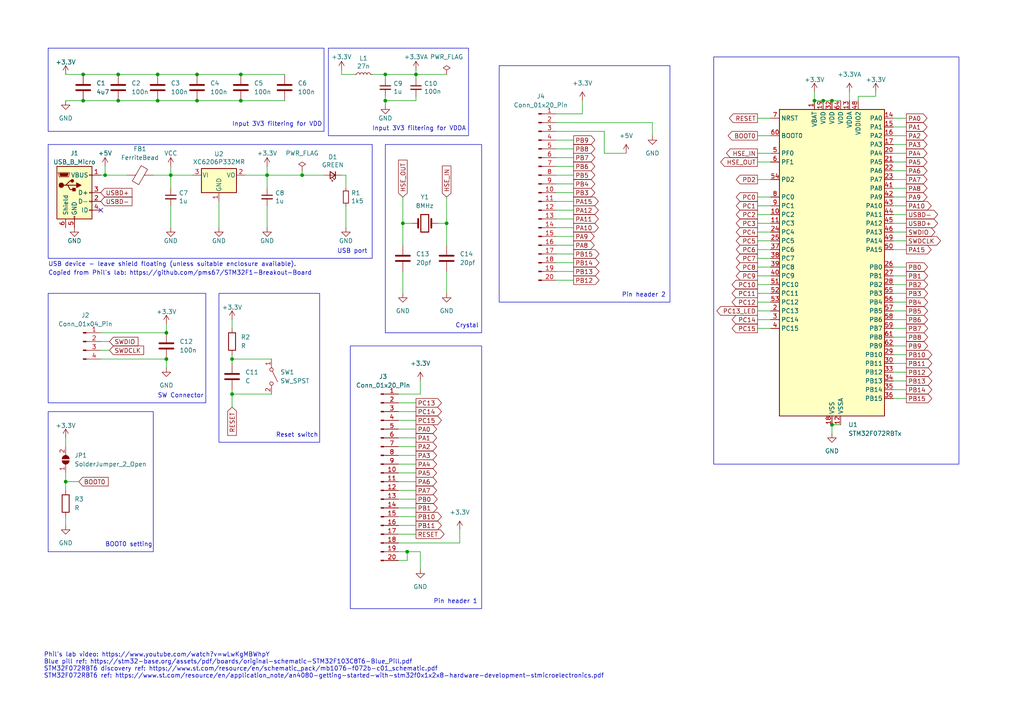
<source format=kicad_sch>
(kicad_sch (version 20230121) (generator eeschema)
  (paper "A4")
  (title_block (title "STM32F072RBT6 Breakout Board") (date "2023-10-22") (rev "1") (company "Team RoverX"))
  (lib_symbols
    (symbol "Connector:Conn_01x04_Pin" (pin_names (offset 1.016) hide)
      (property "Reference" "J" (at 0 5.08 0))
      (property "Value" "Conn_01x04_Pin" (at 0 -7.62 0))
      (symbol "Conn_01x04_Pin_1_1"
        (pin passive line (at 5.08 2.54 180) (length 3.81) (name "Pin_1") (number "1"))
        (pin passive line (at 5.08 0 180) (length 3.81) (name "Pin_2") (number "2"))
        (pin passive line (at 5.08 -2.54 180) (length 3.81) (name "Pin_3") (number "3"))
        (pin passive line (at 5.08 -5.08 180) (length 3.81) (name "Pin_4") (number "4"))
      )
    )
    (symbol "Connector:Conn_01x20_Pin" (pin_names (offset 1.016) hide)
      (property "Reference" "J" (at 0 25.4 0))
      (property "Value" "Conn_01x20_Pin" (at 0 -27.94 0))
      (symbol "Conn_01x20_Pin_1_1"
        (pin passive line (at 5.08 22.86 180) (length 3.81) (name "Pin_1") (number "1"))
        (pin passive line (at 5.08 0 180) (length 3.81) (name "Pin_10") (number "10"))
        (pin passive line (at 5.08 -2.54 180) (length 3.81) (name "Pin_11") (number "11"))
        (pin passive line (at 5.08 -5.08 180) (length 3.81) (name "Pin_12") (number "12"))
        (pin passive line (at 5.08 -7.62 180) (length 3.81) (name "Pin_13") (number "13"))
        (pin passive line (at 5.08 -10.16 180) (length 3.81) (name "Pin_14") (number "14"))
        (pin passive line (at 5.08 -12.7 180) (length 3.81) (name "Pin_15") (number "15"))
        (pin passive line (at 5.08 -15.24 180) (length 3.81) (name "Pin_16") (number "16"))
        (pin passive line (at 5.08 -17.78 180) (length 3.81) (name "Pin_17") (number "17"))
        (pin passive line (at 5.08 -20.32 180) (length 3.81) (name "Pin_18") (number "18"))
        (pin passive line (at 5.08 -22.86 180) (length 3.81) (name "Pin_19") (number "19"))
        (pin passive line (at 5.08 20.32 180) (length 3.81) (name "Pin_2") (number "2"))
        (pin passive line (at 5.08 -25.4 180) (length 3.81) (name "Pin_20") (number "20"))
        (pin passive line (at 5.08 17.78 180) (length 3.81) (name "Pin_3") (number "3"))
        (pin passive line (at 5.08 15.24 180) (length 3.81) (name "Pin_4") (number "4"))
        (pin passive line (at 5.08 12.7 180) (length 3.81) (name "Pin_5") (number "5"))
        (pin passive line (at 5.08 10.16 180) (length 3.81) (name "Pin_6") (number "6"))
        (pin passive line (at 5.08 7.62 180) (length 3.81) (name "Pin_7") (number "7"))
        (pin passive line (at 5.08 5.08 180) (length 3.81) (name "Pin_8") (number "8"))
        (pin passive line (at 5.08 2.54 180) (length 3.81) (name "Pin_9") (number "9"))
      )
    )
    (symbol "Connector:USB_B_Micro" (pin_names (offset 1.016))
      (property "Reference" "J" (at -5.08 11.43 0))
      (property "Value" "USB_B_Micro" (at -5.08 8.89 0))
      (symbol "USB_B_Micro_1_1"
        (pin power_out line (at 7.62 5.08 180) (length 2.54) (name "VBUS") (number "1"))
        (pin bidirectional line (at 7.62 -2.54 180) (length 2.54) (name "D-") (number "2"))
        (pin bidirectional line (at 7.62 0 180) (length 2.54) (name "D+") (number "3"))
        (pin passive line (at 7.62 -5.08 180) (length 2.54) (name "ID") (number "4"))
        (pin power_out line (at 0 -10.16 90) (length 2.54) (name "GND") (number "5"))
        (pin passive line (at -2.54 -10.16 90) (length 2.54) (name "Shield") (number "6"))
      )
    )
    (symbol "Device:C" (pin_numbers hide) (pin_names (offset 0.254))
      (property "Reference" "C" (at 0.635 2.54 0))
      (property "Value" "C" (at 0.635 -2.54 0))
      (symbol "C_1_1"
        (pin passive line (at 0 3.81 270) (length 2.794) (name "~") (number "1"))
        (pin passive line (at 0 -3.81 90) (length 2.794) (name "~") (number "2"))
      )
    )
    (symbol "Device:C_Small" (pin_numbers hide) (pin_names (offset 0.254) hide)
      (property "Reference" "C" (at 0.254 1.778 0))
      (property "Value" "C_Small" (at 0.254 -2.032 0))
      (symbol "C_Small_1_1"
        (pin passive line (at 0 2.54 270) (length 2.032) (name "~") (number "1"))
        (pin passive line (at 0 -2.54 90) (length 2.032) (name "~") (number "2"))
      )
    )
    (symbol "Device:Crystal" (pin_numbers hide) (pin_names (offset 1.016) hide)
      (property "Reference" "Y" (at 0 3.81 0))
      (property "Value" "Crystal" (at 0 -3.81 0))
      (symbol "Crystal_1_1"
        (pin passive line (at -3.81 0 0) (length 1.27) (name "1") (number "1"))
        (pin passive line (at 3.81 0 180) (length 1.27) (name "2") (number "2"))
      )
    )
    (symbol "Device:FerriteBead" (pin_numbers hide) (pin_names (offset 0))
      (property "Reference" "FB" (at -3.81 0.635 90))
      (property "Value" "FerriteBead" (at 3.81 0 90))
      (symbol "FerriteBead_1_1"
        (pin passive line (at 0 3.81 270) (length 2.54) (name "~") (number "1"))
        (pin passive line (at 0 -3.81 90) (length 2.54) (name "~") (number "2"))
      )
    )
    (symbol "Device:LED_Small" (pin_numbers hide) (pin_names (offset 0.254) hide)
      (property "Reference" "D" (at -1.27 3.175 0))
      (property "Value" "LED_Small" (at -4.445 -2.54 0))
      (symbol "LED_Small_1_1"
        (pin passive line (at -2.54 0 0) (length 1.778) (name "K") (number "1"))
        (pin passive line (at 2.54 0 180) (length 1.778) (name "A") (number "2"))
      )
    )
    (symbol "Device:L_Small" (pin_numbers hide) (pin_names (offset 0.254) hide)
      (property "Reference" "L" (at 0.762 1.016 0))
      (property "Value" "L_Small" (at 0.762 -1.016 0))
      (symbol "L_Small_1_1"
        (pin passive line (at 0 2.54 270) (length 0.508) (name "~") (number "1"))
        (pin passive line (at 0 -2.54 90) (length 0.508) (name "~") (number "2"))
      )
    )
    (symbol "Device:R" (pin_numbers hide) (pin_names (offset 0))
      (property "Reference" "R" (at 2.032 0 90))
      (property "Value" "R" (at 0 0 90))
      (symbol "R_1_1"
        (pin passive line (at 0 3.81 270) (length 1.27) (name "~") (number "1"))
        (pin passive line (at 0 -3.81 90) (length 1.27) (name "~") (number "2"))
      )
    )
    (symbol "Device:R_Small" (pin_numbers hide) (pin_names (offset 0.254) hide)
      (property "Reference" "R" (at 0.762 0.508 0))
      (property "Value" "R_Small" (at 0.762 -1.016 0))
      (symbol "R_Small_1_1"
        (pin passive line (at 0 2.54 270) (length 0.762) (name "~") (number "1"))
        (pin passive line (at 0 -2.54 90) (length 0.762) (name "~") (number "2"))
      )
    )
    (symbol "Jumper:SolderJumper_2_Open" (pin_names (offset 0) hide)
      (property "Reference" "JP" (at 0 2.032 0))
      (property "Value" "SolderJumper_2_Open" (at 0 -2.54 0))
      (symbol "SolderJumper_2_Open_1_1"
        (pin passive line (at -3.81 0 0) (length 2.54) (name "A") (number "1"))
        (pin passive line (at 3.81 0 180) (length 2.54) (name "B") (number "2"))
      )
    )
    (symbol "MCU_ST_STM32F0:STM32F072RBTx"
      (property "Reference" "U" (at -15.24 46.99 0))
      (property "Value" "STM32F072RBTx" (at 10.16 46.99 0))
      (symbol "STM32F072RBTx_1_1"
        (pin power_in line (at -5.08 48.26 270) (length 2.54) (name "VBAT") (number "1"))
        (pin bidirectional line (at -17.78 15.24 0) (length 2.54) (name "PC2") (number "10"))
        (pin bidirectional line (at -17.78 12.7 0) (length 2.54) (name "PC3") (number "11"))
        (pin power_in line (at 2.54 -45.72 90) (length 2.54) (name "VSSA") (number "12"))
        (pin power_in line (at 5.08 48.26 270) (length 2.54) (name "VDDA") (number "13"))
        (pin bidirectional line (at 17.78 43.18 180) (length 2.54) (name "PA0") (number "14"))
        (pin bidirectional line (at 17.78 40.64 180) (length 2.54) (name "PA1") (number "15"))
        (pin bidirectional line (at 17.78 38.1 180) (length 2.54) (name "PA2") (number "16"))
        (pin bidirectional line (at 17.78 35.56 180) (length 2.54) (name "PA3") (number "17"))
        (pin power_in line (at 0 -45.72 90) (length 2.54) (name "VSS") (number "18"))
        (pin power_in line (at -2.54 48.26 270) (length 2.54) (name "VDD") (number "19"))
        (pin bidirectional line (at -17.78 -12.7 0) (length 2.54) (name "PC13") (number "2"))
        (pin bidirectional line (at 17.78 33.02 180) (length 2.54) (name "PA4") (number "20"))
        (pin bidirectional line (at 17.78 30.48 180) (length 2.54) (name "PA5") (number "21"))
        (pin bidirectional line (at 17.78 27.94 180) (length 2.54) (name "PA6") (number "22"))
        (pin bidirectional line (at 17.78 25.4 180) (length 2.54) (name "PA7") (number "23"))
        (pin bidirectional line (at -17.78 10.16 0) (length 2.54) (name "PC4") (number "24"))
        (pin bidirectional line (at -17.78 7.62 0) (length 2.54) (name "PC5") (number "25"))
        (pin bidirectional line (at 17.78 0 180) (length 2.54) (name "PB0") (number "26"))
        (pin bidirectional line (at 17.78 -2.54 180) (length 2.54) (name "PB1") (number "27"))
        (pin bidirectional line (at 17.78 -5.08 180) (length 2.54) (name "PB2") (number "28"))
        (pin bidirectional line (at 17.78 -25.4 180) (length 2.54) (name "PB10") (number "29"))
        (pin bidirectional line (at -17.78 -15.24 0) (length 2.54) (name "PC14") (number "3"))
        (pin bidirectional line (at 17.78 -27.94 180) (length 2.54) (name "PB11") (number "30"))
        (pin passive line (at 0 -45.72 90) (length 2.54) hide (name "VSS") (number "31"))
        (pin power_in line (at 0 48.26 270) (length 2.54) (name "VDD") (number "32"))
        (pin bidirectional line (at 17.78 -30.48 180) (length 2.54) (name "PB12") (number "33"))
        (pin bidirectional line (at 17.78 -33.02 180) (length 2.54) (name "PB13") (number "34"))
        (pin bidirectional line (at 17.78 -35.56 180) (length 2.54) (name "PB14") (number "35"))
        (pin bidirectional line (at 17.78 -38.1 180) (length 2.54) (name "PB15") (number "36"))
        (pin bidirectional line (at -17.78 5.08 0) (length 2.54) (name "PC6") (number "37"))
        (pin bidirectional line (at -17.78 2.54 0) (length 2.54) (name "PC7") (number "38"))
        (pin bidirectional line (at -17.78 0 0) (length 2.54) (name "PC8") (number "39"))
        (pin bidirectional line (at -17.78 -17.78 0) (length 2.54) (name "PC15") (number "4"))
        (pin bidirectional line (at -17.78 -2.54 0) (length 2.54) (name "PC9") (number "40"))
        (pin bidirectional line (at 17.78 22.86 180) (length 2.54) (name "PA8") (number "41"))
        (pin bidirectional line (at 17.78 20.32 180) (length 2.54) (name "PA9") (number "42"))
        (pin bidirectional line (at 17.78 17.78 180) (length 2.54) (name "PA10") (number "43"))
        (pin bidirectional line (at 17.78 15.24 180) (length 2.54) (name "PA11") (number "44"))
        (pin bidirectional line (at 17.78 12.7 180) (length 2.54) (name "PA12") (number "45"))
        (pin bidirectional line (at 17.78 10.16 180) (length 2.54) (name "PA13") (number "46"))
        (pin passive line (at 0 -45.72 90) (length 2.54) hide (name "VSS") (number "47"))
        (pin power_in line (at 7.62 48.26 270) (length 2.54) (name "VDDIO2") (number "48"))
        (pin bidirectional line (at 17.78 7.62 180) (length 2.54) (name "PA14") (number "49"))
        (pin bidirectional line (at -17.78 33.02 0) (length 2.54) (name "PF0") (number "5"))
        (pin bidirectional line (at 17.78 5.08 180) (length 2.54) (name "PA15") (number "50"))
        (pin bidirectional line (at -17.78 -5.08 0) (length 2.54) (name "PC10") (number "51"))
        (pin bidirectional line (at -17.78 -7.62 0) (length 2.54) (name "PC11") (number "52"))
        (pin bidirectional line (at -17.78 -10.16 0) (length 2.54) (name "PC12") (number "53"))
        (pin bidirectional line (at -17.78 25.4 0) (length 2.54) (name "PD2") (number "54"))
        (pin bidirectional line (at 17.78 -7.62 180) (length 2.54) (name "PB3") (number "55"))
        (pin bidirectional line (at 17.78 -10.16 180) (length 2.54) (name "PB4") (number "56"))
        (pin bidirectional line (at 17.78 -12.7 180) (length 2.54) (name "PB5") (number "57"))
        (pin bidirectional line (at 17.78 -15.24 180) (length 2.54) (name "PB6") (number "58"))
        (pin bidirectional line (at 17.78 -17.78 180) (length 2.54) (name "PB7") (number "59"))
        (pin bidirectional line (at -17.78 30.48 0) (length 2.54) (name "PF1") (number "6"))
        (pin input line (at -17.78 38.1 0) (length 2.54) (name "BOOT0") (number "60"))
        (pin bidirectional line (at 17.78 -20.32 180) (length 2.54) (name "PB8") (number "61"))
        (pin bidirectional line (at 17.78 -22.86 180) (length 2.54) (name "PB9") (number "62"))
        (pin passive line (at 0 -45.72 90) (length 2.54) hide (name "VSS") (number "63"))
        (pin power_in line (at 2.54 48.26 270) (length 2.54) (name "VDD") (number "64"))
        (pin input line (at -17.78 43.18 0) (length 2.54) (name "NRST") (number "7"))
        (pin bidirectional line (at -17.78 20.32 0) (length 2.54) (name "PC0") (number "8"))
        (pin bidirectional line (at -17.78 17.78 0) (length 2.54) (name "PC1") (number "9"))
      )
    )
    (symbol "Regulator_Linear:XC6206PxxxMR" (pin_names (offset 0.254))
      (property "Reference" "U" (at -3.81 3.175 0))
      (property "Value" "XC6206PxxxMR" (at 0 3.175 0))
      (symbol "XC6206PxxxMR_1_1"
        (pin power_in line (at 0 -7.62 90) (length 2.54) (name "GND") (number "1"))
        (pin power_out line (at 7.62 0 180) (length 2.54) (name "VO") (number "2"))
        (pin power_in line (at -7.62 0 0) (length 2.54) (name "VI") (number "3"))
      )
    )
    (symbol "Switch:SW_SPST" (pin_names (offset 0) hide)
      (property "Reference" "SW" (at 0 3.175 0))
      (property "Value" "SW_SPST" (at 0 -2.54 0))
      (symbol "SW_SPST_1_1"
        (pin passive line (at -5.08 0 0) (length 2.54) (name "A") (number "1"))
        (pin passive line (at 5.08 0 180) (length 2.54) (name "B") (number "2"))
      )
    )
    (symbol "power:+3.3V" (power) (pin_names (offset 0))
      (property "Value" "+3.3V" (at 0 3.556 0))
      (symbol "+3.3V_1_1"
        (pin power_in line (at 0 0 90) (length 0) hide (name "+3.3V") (number "1"))
      )
    )
    (symbol "power:+3.3VA" (power) (pin_names (offset 0))
      (property "Value" "+3.3VA" (at 0 3.556 0))
      (symbol "+3.3VA_1_1"
        (pin power_in line (at 0 0 90) (length 0) hide (name "+3.3VA") (number "1"))
      )
    )
    (symbol "power:+5V" (power) (pin_names (offset 0))
      (property "Value" "+5V" (at 0 3.556 0))
      (symbol "+5V_1_1"
        (pin power_in line (at 0 0 90) (length 0) hide (name "+5V") (number "1"))
      )
    )
    (symbol "power:GND" (power) (pin_names (offset 0))
      (property "Value" "GND" (at 0 -3.81 0))
      (symbol "GND_1_1"
        (pin power_in line (at 0 0 270) (length 0) hide (name "GND") (number "1"))
      )
    )
    (symbol "power:PWR_FLAG" (power) (pin_numbers hide) (pin_names (offset 0) hide)
      (property "Value" "PWR_FLAG" (at 0 3.81 0))
      (symbol "PWR_FLAG_0_0"
        (pin power_out line (at 0 0 90) (length 0) (name "pwr") (number "1"))
      )
    )
    (symbol "power:VCC" (power) (pin_names (offset 0))
      (property "Value" "VCC" (at 0 3.81 0))
      (symbol "VCC_1_1"
        (pin power_in line (at 0 0 90) (length 0) hide (name "VCC") (number "1"))
      )
    )
  )
  (junction (at 67.31 104.14))
  (junction (at 48.26 104.14))
  (junction (at 57.15 29.21))
  (junction (at 118.11 160.02))
  (junction (at 57.15 21.59))
  (junction (at 69.85 21.59))
  (junction (at 49.53 50.8))
  (junction (at 45.72 21.59))
  (junction (at 34.29 21.59))
  (junction (at 241.3 123.19))
  (junction (at 238.76 29.21))
  (junction (at 129.54 64.77))
  (junction (at 111.76 29.21))
  (junction (at 48.26 96.52))
  (junction (at 30.48 50.8))
  (junction (at 87.63 50.8))
  (junction (at 19.05 139.7))
  (junction (at 241.3 29.21))
  (junction (at 24.13 29.21))
  (junction (at 120.65 21.59))
  (junction (at 111.76 21.59))
  (junction (at 24.13 21.59))
  (junction (at 67.31 114.3))
  (junction (at 69.85 29.21))
  (junction (at 34.29 29.21))
  (junction (at 45.72 29.21))
  (junction (at 77.47 50.8))
  (junction (at 236.22 29.21))
  (junction (at 116.84 64.77))
  (no_connect (at 29.21 60.96))
  (wire (pts (xy 259.08 69.85) (xy 262.89 69.85)))
  (wire (pts (xy 248.92 29.21) (xy 248.92 27.94)))
  (wire (pts (xy 129.54 57.15) (xy 129.54 64.77)))
  (wire (pts (xy 219.71 57.15) (xy 223.52 57.15)))
  (wire (pts (xy 57.15 21.59) (xy 69.85 21.59)))
  (wire (pts (xy 161.29 40.64) (xy 166.37 40.64)))
  (wire (pts (xy 219.71 39.37) (xy 223.52 39.37)))
  (wire (pts (xy 259.08 77.47) (xy 262.89 77.47)))
  (wire (pts (xy 259.08 39.37) (xy 262.89 39.37)))
  (wire (pts (xy 19.05 139.7) (xy 22.86 139.7)))
  (wire (pts (xy 24.13 29.21) (xy 34.29 29.21)))
  (wire (pts (xy 219.71 52.07) (xy 223.52 52.07)))
  (wire (pts (xy 219.71 80.01) (xy 223.52 80.01)))
  (wire (pts (xy 78.74 114.3) (xy 67.31 114.3)))
  (wire (pts (xy 19.05 139.7) (xy 19.05 142.24)))
  (wire (pts (xy 116.84 78.74) (xy 116.84 85.09)))
  (wire (pts (xy 259.08 36.83) (xy 262.89 36.83)))
  (wire (pts (xy 115.57 149.86) (xy 120.65 149.86)))
  (polyline (pts (xy 13.97 41.91) (xy 13.97 74.93)))
  (wire (pts (xy 44.45 50.8) (xy 49.53 50.8)))
  (wire (pts (xy 121.92 160.02) (xy 121.92 165.1)))
  (wire (pts (xy 259.08 107.95) (xy 262.89 107.95)))
  (wire (pts (xy 120.65 22.86) (xy 120.65 21.59)))
  (wire (pts (xy 100.33 54.61) (xy 100.33 50.8)))
  (wire (pts (xy 29.21 99.06) (xy 31.75 99.06)))
  (wire (pts (xy 161.29 71.12) (xy 166.37 71.12)))
  (wire (pts (xy 120.65 21.59) (xy 129.54 21.59)))
  (wire (pts (xy 116.84 64.77) (xy 116.84 71.12)))
  (wire (pts (xy 259.08 44.45) (xy 262.89 44.45)))
  (wire (pts (xy 19.05 149.86) (xy 19.05 152.4)))
  (wire (pts (xy 115.57 160.02) (xy 118.11 160.02)))
  (wire (pts (xy 161.29 55.88) (xy 166.37 55.88)))
  (wire (pts (xy 236.22 29.21) (xy 238.76 29.21)))
  (wire (pts (xy 161.29 76.2) (xy 166.37 76.2)))
  (wire (pts (xy 259.08 34.29) (xy 262.89 34.29)))
  (wire (pts (xy 259.08 64.77) (xy 262.89 64.77)))
  (wire (pts (xy 259.08 80.01) (xy 262.89 80.01)))
  (wire (pts (xy 248.92 27.94) (xy 254 27.94)))
  (wire (pts (xy 115.57 162.56) (xy 118.11 162.56)))
  (wire (pts (xy 77.47 50.8) (xy 77.47 54.61)))
  (wire (pts (xy 99.06 20.32) (xy 99.06 21.59)))
  (wire (pts (xy 219.71 59.69) (xy 223.52 59.69)))
  (wire (pts (xy 49.53 50.8) (xy 49.53 54.61)))
  (wire (pts (xy 115.57 139.7) (xy 120.65 139.7)))
  (wire (pts (xy 99.06 21.59) (xy 102.87 21.59)))
  (wire (pts (xy 121.92 114.3) (xy 115.57 114.3)))
  (wire (pts (xy 259.08 41.91) (xy 262.89 41.91)))
  (wire (pts (xy 259.08 52.07) (xy 262.89 52.07)))
  (wire (pts (xy 48.26 106.68) (xy 48.26 104.14)))
  (wire (pts (xy 161.29 63.5) (xy 166.37 63.5)))
  (wire (pts (xy 175.26 38.1) (xy 161.29 38.1)))
  (wire (pts (xy 69.85 21.59) (xy 82.55 21.59)))
  (wire (pts (xy 34.29 29.21) (xy 45.72 29.21)))
  (wire (pts (xy 127 64.77) (xy 129.54 64.77)))
  (wire (pts (xy 77.47 48.26) (xy 77.47 50.8)))
  (wire (pts (xy 87.63 49.53) (xy 87.63 50.8)))
  (wire (pts (xy 24.13 21.59) (xy 34.29 21.59)))
  (wire (pts (xy 259.08 67.31) (xy 262.89 67.31)))
  (wire (pts (xy 19.05 29.21) (xy 24.13 29.21)))
  (wire (pts (xy 259.08 54.61) (xy 262.89 54.61)))
  (wire (pts (xy 49.53 66.04) (xy 49.53 59.69)))
  (wire (pts (xy 67.31 104.14) (xy 67.31 105.41)))
  (wire (pts (xy 30.48 50.8) (xy 29.21 50.8)))
  (wire (pts (xy 49.53 50.8) (xy 55.88 50.8)))
  (wire (pts (xy 254 27.94) (xy 254 26.67)))
  (wire (pts (xy 161.29 43.18) (xy 166.37 43.18)))
  (wire (pts (xy 161.29 50.8) (xy 166.37 50.8)))
  (wire (pts (xy 45.72 29.21) (xy 57.15 29.21)))
  (wire (pts (xy 161.29 60.96) (xy 166.37 60.96)))
  (wire (pts (xy 219.71 46.99) (xy 223.52 46.99)))
  (wire (pts (xy 77.47 50.8) (xy 87.63 50.8)))
  (wire (pts (xy 48.26 93.98) (xy 48.26 96.52)))
  (wire (pts (xy 259.08 110.49) (xy 262.89 110.49)))
  (wire (pts (xy 49.53 48.26) (xy 49.53 50.8)))
  (wire (pts (xy 241.3 29.21) (xy 243.84 29.21)))
  (wire (pts (xy 219.71 44.45) (xy 223.52 44.45)))
  (wire (pts (xy 189.23 39.37) (xy 189.23 35.56)))
  (wire (pts (xy 120.65 20.32) (xy 120.65 21.59)))
  (wire (pts (xy 241.3 123.19) (xy 243.84 123.19)))
  (wire (pts (xy 67.31 114.3) (xy 67.31 113.03)))
  (wire (pts (xy 77.47 66.04) (xy 77.47 59.69)))
  (wire (pts (xy 100.33 66.04) (xy 100.33 59.69)))
  (wire (pts (xy 168.91 29.21) (xy 168.91 33.02)))
  (wire (pts (xy 129.54 64.77) (xy 129.54 71.12)))
  (wire (pts (xy 219.71 72.39) (xy 223.52 72.39)))
  (wire (pts (xy 115.57 142.24) (xy 120.65 142.24)))
  (wire (pts (xy 116.84 57.15) (xy 116.84 64.77)))
  (wire (pts (xy 69.85 29.21) (xy 82.55 29.21)))
  (wire (pts (xy 161.29 58.42) (xy 166.37 58.42)))
  (wire (pts (xy 259.08 49.53) (xy 262.89 49.53)))
  (wire (pts (xy 189.23 35.56) (xy 161.29 35.56)))
  (wire (pts (xy 118.11 160.02) (xy 121.92 160.02)))
  (wire (pts (xy 259.08 62.23) (xy 262.89 62.23)))
  (wire (pts (xy 115.57 129.54) (xy 120.65 129.54)))
  (wire (pts (xy 219.71 67.31) (xy 223.52 67.31)))
  (wire (pts (xy 219.71 34.29) (xy 223.52 34.29)))
  (wire (pts (xy 100.33 50.8) (xy 99.06 50.8)))
  (wire (pts (xy 259.08 92.71) (xy 262.89 92.71)))
  (wire (pts (xy 57.15 29.21) (xy 69.85 29.21)))
  (wire (pts (xy 120.65 29.21) (xy 120.65 27.94)))
  (wire (pts (xy 30.48 48.26) (xy 30.48 50.8)))
  (wire (pts (xy 168.91 33.02) (xy 161.29 33.02)))
  (wire (pts (xy 30.48 50.8) (xy 36.83 50.8)))
  (wire (pts (xy 219.71 62.23) (xy 223.52 62.23)))
  (wire (pts (xy 219.71 82.55) (xy 223.52 82.55)))
  (wire (pts (xy 34.29 21.59) (xy 45.72 21.59)))
  (wire (pts (xy 48.26 96.52) (xy 29.21 96.52)))
  (wire (pts (xy 63.5 66.04) (xy 63.5 58.42)))
  (wire (pts (xy 238.76 29.21) (xy 241.3 29.21)))
  (wire (pts (xy 115.57 121.92) (xy 120.65 121.92)))
  (wire (pts (xy 115.57 127) (xy 120.65 127)))
  (wire (pts (xy 19.05 127) (xy 19.05 129.54)))
  (wire (pts (xy 259.08 102.87) (xy 262.89 102.87)))
  (wire (pts (xy 259.08 105.41) (xy 262.89 105.41)))
  (wire (pts (xy 67.31 92.71) (xy 67.31 95.25)))
  (wire (pts (xy 161.29 45.72) (xy 166.37 45.72)))
  (polyline (pts (xy 13.97 74.93) (xy 107.95 74.93)))
  (wire (pts (xy 161.29 66.04) (xy 166.37 66.04)))
  (wire (pts (xy 219.71 77.47) (xy 223.52 77.47)))
  (wire (pts (xy 259.08 87.63) (xy 262.89 87.63)))
  (wire (pts (xy 246.38 26.67) (xy 246.38 29.21)))
  (wire (pts (xy 118.11 162.56) (xy 118.11 160.02)))
  (polyline (pts (xy 107.95 74.93) (xy 107.95 41.91)))
  (wire (pts (xy 115.57 124.46) (xy 120.65 124.46)))
  (wire (pts (xy 219.71 90.17) (xy 223.52 90.17)))
  (wire (pts (xy 133.35 153.67) (xy 133.35 157.48)))
  (wire (pts (xy 161.29 53.34) (xy 166.37 53.34)))
  (wire (pts (xy 236.22 26.67) (xy 236.22 29.21)))
  (wire (pts (xy 259.08 82.55) (xy 262.89 82.55)))
  (wire (pts (xy 129.54 78.74) (xy 129.54 85.09)))
  (wire (pts (xy 259.08 100.33) (xy 262.89 100.33)))
  (wire (pts (xy 115.57 132.08) (xy 120.65 132.08)))
  (wire (pts (xy 259.08 72.39) (xy 262.89 72.39)))
  (wire (pts (xy 111.76 22.86) (xy 111.76 21.59)))
  (wire (pts (xy 219.71 92.71) (xy 223.52 92.71)))
  (wire (pts (xy 115.57 154.94) (xy 120.65 154.94)))
  (wire (pts (xy 115.57 152.4) (xy 120.65 152.4)))
  (wire (pts (xy 259.08 113.03) (xy 262.89 113.03)))
  (wire (pts (xy 116.84 64.77) (xy 119.38 64.77)))
  (wire (pts (xy 115.57 144.78) (xy 120.65 144.78)))
  (wire (pts (xy 19.05 21.59) (xy 24.13 21.59)))
  (wire (pts (xy 259.08 59.69) (xy 262.89 59.69)))
  (wire (pts (xy 87.63 50.8) (xy 93.98 50.8)))
  (wire (pts (xy 161.29 48.26) (xy 166.37 48.26)))
  (wire (pts (xy 219.71 69.85) (xy 223.52 69.85)))
  (wire (pts (xy 120.65 21.59) (xy 111.76 21.59)))
  (wire (pts (xy 259.08 85.09) (xy 262.89 85.09)))
  (polyline (pts (xy 13.97 41.91) (xy 107.95 41.91)))
  (wire (pts (xy 115.57 116.84) (xy 120.65 116.84)))
  (wire (pts (xy 115.57 134.62) (xy 120.65 134.62)))
  (wire (pts (xy 259.08 46.99) (xy 262.89 46.99)))
  (wire (pts (xy 219.71 64.77) (xy 223.52 64.77)))
  (wire (pts (xy 115.57 147.32) (xy 120.65 147.32)))
  (wire (pts (xy 71.12 50.8) (xy 77.47 50.8)))
  (wire (pts (xy 115.57 119.38) (xy 120.65 119.38)))
  (wire (pts (xy 111.76 27.94) (xy 111.76 29.21)))
  (wire (pts (xy 161.29 78.74) (xy 166.37 78.74)))
  (wire (pts (xy 48.26 104.14) (xy 29.21 104.14)))
  (wire (pts (xy 219.71 74.93) (xy 223.52 74.93)))
  (wire (pts (xy 219.71 85.09) (xy 223.52 85.09)))
  (wire (pts (xy 259.08 95.25) (xy 262.89 95.25)))
  (wire (pts (xy 259.08 90.17) (xy 262.89 90.17)))
  (wire (pts (xy 19.05 137.16) (xy 19.05 139.7)))
  (wire (pts (xy 175.26 44.45) (xy 175.26 38.1)))
  (wire (pts (xy 67.31 102.87) (xy 67.31 104.14)))
  (wire (pts (xy 115.57 137.16) (xy 120.65 137.16)))
  (wire (pts (xy 259.08 57.15) (xy 262.89 57.15)))
  (wire (pts (xy 219.71 87.63) (xy 223.52 87.63)))
  (wire (pts (xy 45.72 21.59) (xy 57.15 21.59)))
  (wire (pts (xy 67.31 114.3) (xy 67.31 118.11)))
  (wire (pts (xy 175.26 44.45) (xy 181.61 44.45)))
  (wire (pts (xy 111.76 29.21) (xy 120.65 29.21)))
  (wire (pts (xy 259.08 97.79) (xy 262.89 97.79)))
  (wire (pts (xy 111.76 30.48) (xy 111.76 29.21)))
  (wire (pts (xy 161.29 68.58) (xy 166.37 68.58)))
  (wire (pts (xy 67.31 104.14) (xy 78.74 104.14)))
  (wire (pts (xy 259.08 115.57) (xy 262.89 115.57)))
  (wire (pts (xy 121.92 110.49) (xy 121.92 114.3)))
  (wire (pts (xy 161.29 81.28) (xy 166.37 81.28)))
  (wire (pts (xy 107.95 21.59) (xy 111.76 21.59)))
  (wire (pts (xy 219.71 95.25) (xy 223.52 95.25)))
  (wire (pts (xy 241.3 123.19) (xy 241.3 125.73)))
  (wire (pts (xy 161.29 73.66) (xy 166.37 73.66)))
  (wire (pts (xy 133.35 157.48) (xy 115.57 157.48)))
  (wire (pts (xy 29.21 101.6) (xy 31.75 101.6)))
  (rectangle (start 111.76 41.91) (end 139.7 96.52))
  (rectangle (start 13.97 13.97) (end 93.98 38.1))
  (rectangle (start 13.97 119.38) (end 44.45 160.02))
  (rectangle (start 207.01 16.51) (end 278.13 134.62))
  (rectangle (start 13.97 85.09) (end 59.69 116.84))
  (rectangle (start 101.6 100.33) (end 139.7 176.53))
  (rectangle (start 144.78 19.05) (end 194.31 87.63))
  (rectangle (start 63.5 85.09) (end 92.71 128.27))
  (rectangle (start 95.25 13.97) (end 135.89 39.37))
  (text "USB device - leave shield floating (unless suitable enclosure available)." (at 13.97 77.47 0) (effects (font (size 1.27 1.27)) (justify left bottom)))
  (text "Pin header 1" (at 125.73 175.26 0) (effects (font (size 1.27 1.27)) (justify left bottom)))
  (text "USB port" (at 97.79 73.66 0) (effects (font (size 1.27 1.27)) (justify left bottom)))
  (text "Pin header 2" (at 180.34 86.36 0) (effects (font (size 1.27 1.27)) (justify left bottom)))
  (text "SW Connector" (at 45.72 115.57 0) (effects (font (size 1.27 1.27)) (justify left bottom)))
  (text "BOOT0 setting" (at 30.48 158.75 0) (effects (font (size 1.27 1.27)) (justify left bottom)))
  (text "Input 3V3 filtering for VDD" (at 67.31 36.83 0) (effects (font (size 1.27 1.27)) (justify left bottom)))
  (text "Reset switch" (at 80.01 127 0) (effects (font (size 1.27 1.27)) (justify left bottom)))
  (text "Crystal" (at 132.08 95.25 0) (effects (font (size 1.27 1.27)) (justify left bottom)))
  (text "Phil's lab video: https://www.youtube.com/watch?v=wLwKgMBWhpY\nBlue pill ref: https://stm32-base.org/assets/pdf/boards/original-schematic-STM32F103C8T6-Blue_Pill.pdf\nSTM32F072RBT6 discovery ref: https://www.st.com/resource/en/schematic_pack/mb1076-f072b-c01_schematic.pdf\nSTM32F072RBT6 ref: https://www.st.com/resource/en/application_note/an4080-getting-started-with-stm32f0x1x2x8-hardware-development-stmicroelectronics.pdf" (at 12.7 196.85 0) (effects (font (size 1.27 1.27)) (justify left bottom)))
  (text "Copied from Phil's lab: https://github.com/pms67/STM32F1-Breakout-Board" (at 13.97 80.01 0) (effects (font (size 1.27 1.27)) (justify left bottom)))
  (text "Input 3V3 filtering for VDDA" (at 107.95 38.1 0) (effects (font (size 1.27 1.27)) (justify left bottom)))
  (global_label "PC2" (shape output) (at 219.71 62.23 180) (property "Intersheetrefs" "${INTERSHEET_REFS}" (effects hide)))
  (global_label "BOOT0" (shape output) (at 219.71 39.37 180) (property "Intersheetrefs" "${INTERSHEET_REFS}" (effects hide)))
  (global_label "PB2" (shape output) (at 262.89 82.55 0) (property "Intersheetrefs" "${INTERSHEET_REFS}" (effects hide)))
  (global_label "PA4" (shape output) (at 120.65 134.62 0) (property "Intersheetrefs" "${INTERSHEET_REFS}" (effects hide)))
  (global_label "USBD-" (shape input) (at 29.21 58.42 0) (property "Intersheetrefs" "${INTERSHEET_REFS}" (effects hide)))
  (global_label "PC9" (shape output) (at 219.71 80.01 180) (property "Intersheetrefs" "${INTERSHEET_REFS}" (effects hide)))
  (global_label "PB6" (shape output) (at 262.89 92.71 0) (property "Intersheetrefs" "${INTERSHEET_REFS}" (effects hide)))
  (global_label "PB9" (shape output) (at 262.89 100.33 0) (property "Intersheetrefs" "${INTERSHEET_REFS}" (effects hide)))
  (global_label "PB5" (shape output) (at 166.37 50.8 0) (property "Intersheetrefs" "${INTERSHEET_REFS}" (effects hide)))
  (global_label "PA2" (shape output) (at 262.89 39.37 0) (property "Intersheetrefs" "${INTERSHEET_REFS}" (effects hide)))
  (global_label "PA8" (shape output) (at 166.37 71.12 0) (property "Intersheetrefs" "${INTERSHEET_REFS}" (effects hide)))
  (global_label "PC1" (shape output) (at 219.71 59.69 180) (property "Intersheetrefs" "${INTERSHEET_REFS}" (effects hide)))
  (global_label "RESET" (shape output) (at 120.65 154.94 0) (property "Intersheetrefs" "${INTERSHEET_REFS}" (effects hide)))
  (global_label "PB14" (shape output) (at 166.37 76.2 0) (property "Intersheetrefs" "${INTERSHEET_REFS}" (effects hide)))
  (global_label "PA15" (shape output) (at 262.89 72.39 0) (property "Intersheetrefs" "${INTERSHEET_REFS}" (effects hide)))
  (global_label "PB9" (shape output) (at 166.37 40.64 0) (property "Intersheetrefs" "${INTERSHEET_REFS}" (effects hide)))
  (global_label "HSE_OUT" (shape input) (at 116.84 57.15 90) (property "Intersheetrefs" "${INTERSHEET_REFS}" (effects hide)))
  (global_label "PB15" (shape output) (at 166.37 73.66 0) (property "Intersheetrefs" "${INTERSHEET_REFS}" (effects hide)))
  (global_label "PB7" (shape output) (at 166.37 45.72 0) (property "Intersheetrefs" "${INTERSHEET_REFS}" (effects hide)))
  (global_label "PC13_LED" (shape output) (at 219.71 90.17 180) (property "Intersheetrefs" "${INTERSHEET_REFS}" (effects hide)))
  (global_label "PB6" (shape output) (at 166.37 48.26 0) (property "Intersheetrefs" "${INTERSHEET_REFS}" (effects hide)))
  (global_label "PA5" (shape output) (at 120.65 137.16 0) (property "Intersheetrefs" "${INTERSHEET_REFS}" (effects hide)))
  (global_label "PC7" (shape output) (at 219.71 74.93 180) (property "Intersheetrefs" "${INTERSHEET_REFS}" (effects hide)))
  (global_label "SWDIO" (shape output) (at 262.89 67.31 0) (property "Intersheetrefs" "${INTERSHEET_REFS}" (effects hide)))
  (global_label "PC12" (shape output) (at 219.71 87.63 180) (property "Intersheetrefs" "${INTERSHEET_REFS}" (effects hide)))
  (global_label "RESET" (shape input) (at 67.31 118.11 270) (property "Intersheetrefs" "${INTERSHEET_REFS}" (effects hide)))
  (global_label "SWDIO" (shape input) (at 31.75 99.06 0) (property "Intersheetrefs" "${INTERSHEET_REFS}" (effects hide)))
  (global_label "PA12" (shape output) (at 166.37 60.96 0) (property "Intersheetrefs" "${INTERSHEET_REFS}" (effects hide)))
  (global_label "PB3" (shape output) (at 166.37 55.88 0) (property "Intersheetrefs" "${INTERSHEET_REFS}" (effects hide)))
  (global_label "PC14" (shape output) (at 219.71 92.71 180) (property "Intersheetrefs" "${INTERSHEET_REFS}" (effects hide)))
  (global_label "PB3" (shape output) (at 262.89 85.09 0) (property "Intersheetrefs" "${INTERSHEET_REFS}" (effects hide)))
  (global_label "PC13" (shape output) (at 120.65 116.84 0) (property "Intersheetrefs" "${INTERSHEET_REFS}" (effects hide)))
  (global_label "PC5" (shape output) (at 219.71 69.85 180) (property "Intersheetrefs" "${INTERSHEET_REFS}" (effects hide)))
  (global_label "PC8" (shape output) (at 219.71 77.47 180) (property "Intersheetrefs" "${INTERSHEET_REFS}" (effects hide)))
  (global_label "PB4" (shape output) (at 166.37 53.34 0) (property "Intersheetrefs" "${INTERSHEET_REFS}" (effects hide)))
  (global_label "PB8" (shape output) (at 166.37 43.18 0) (property "Intersheetrefs" "${INTERSHEET_REFS}" (effects hide)))
  (global_label "PB12" (shape output) (at 166.37 81.28 0) (property "Intersheetrefs" "${INTERSHEET_REFS}" (effects hide)))
  (global_label "SWDCLK" (shape output) (at 262.89 69.85 0) (property "Intersheetrefs" "${INTERSHEET_REFS}" (effects hide)))
  (global_label "PD2" (shape output) (at 219.71 52.07 180) (property "Intersheetrefs" "${INTERSHEET_REFS}" (effects hide)))
  (global_label "PC10" (shape output) (at 219.71 82.55 180) (property "Intersheetrefs" "${INTERSHEET_REFS}" (effects hide)))
  (global_label "PA7" (shape output) (at 120.65 142.24 0) (property "Intersheetrefs" "${INTERSHEET_REFS}" (effects hide)))
  (global_label "RESET" (shape output) (at 219.71 34.29 180) (property "Intersheetrefs" "${INTERSHEET_REFS}" (effects hide)))
  (global_label "USBD+" (shape output) (at 262.89 64.77 0) (property "Intersheetrefs" "${INTERSHEET_REFS}" (effects hide)))
  (global_label "PB8" (shape output) (at 262.89 97.79 0) (property "Intersheetrefs" "${INTERSHEET_REFS}" (effects hide)))
  (global_label "USBD-" (shape output) (at 262.89 62.23 0) (property "Intersheetrefs" "${INTERSHEET_REFS}" (effects hide)))
  (global_label "HSE_IN" (shape input) (at 129.54 57.15 90) (property "Intersheetrefs" "${INTERSHEET_REFS}" (effects hide)))
  (global_label "SWDCLK" (shape input) (at 31.75 101.6 0) (property "Intersheetrefs" "${INTERSHEET_REFS}" (effects hide)))
  (global_label "PB0" (shape output) (at 262.89 77.47 0) (property "Intersheetrefs" "${INTERSHEET_REFS}" (effects hide)))
  (global_label "HSE_IN" (shape output) (at 219.71 44.45 180) (property "Intersheetrefs" "${INTERSHEET_REFS}" (effects hide)))
  (global_label "PA9" (shape output) (at 262.89 57.15 0) (property "Intersheetrefs" "${INTERSHEET_REFS}" (effects hide)))
  (global_label "USBD+" (shape input) (at 29.21 55.88 0) (property "Intersheetrefs" "${INTERSHEET_REFS}" (effects hide)))
  (global_label "PA6" (shape output) (at 262.89 49.53 0) (property "Intersheetrefs" "${INTERSHEET_REFS}" (effects hide)))
  (global_label "PA3" (shape output) (at 262.89 41.91 0) (property "Intersheetrefs" "${INTERSHEET_REFS}" (effects hide)))
  (global_label "PA6" (shape output) (at 120.65 139.7 0) (property "Intersheetrefs" "${INTERSHEET_REFS}" (effects hide)))
  (global_label "PA1" (shape output) (at 262.89 36.83 0) (property "Intersheetrefs" "${INTERSHEET_REFS}" (effects hide)))
  (global_label "PA9" (shape output) (at 166.37 68.58 0) (property "Intersheetrefs" "${INTERSHEET_REFS}" (effects hide)))
  (global_label "PA7" (shape output) (at 262.89 52.07 0) (property "Intersheetrefs" "${INTERSHEET_REFS}" (effects hide)))
  (global_label "PB11" (shape output) (at 262.89 105.41 0) (property "Intersheetrefs" "${INTERSHEET_REFS}" (effects hide)))
  (global_label "PA10" (shape output) (at 166.37 66.04 0) (property "Intersheetrefs" "${INTERSHEET_REFS}" (effects hide)))
  (global_label "PB12" (shape output) (at 262.89 107.95 0) (property "Intersheetrefs" "${INTERSHEET_REFS}" (effects hide)))
  (global_label "PB13" (shape output) (at 166.37 78.74 0) (property "Intersheetrefs" "${INTERSHEET_REFS}" (effects hide)))
  (global_label "PB14" (shape output) (at 262.89 113.03 0) (property "Intersheetrefs" "${INTERSHEET_REFS}" (effects hide)))
  (global_label "PB11" (shape output) (at 120.65 152.4 0) (property "Intersheetrefs" "${INTERSHEET_REFS}" (effects hide)))
  (global_label "PA11" (shape output) (at 166.37 63.5 0) (property "Intersheetrefs" "${INTERSHEET_REFS}" (effects hide)))
  (global_label "HSE_OUT" (shape output) (at 219.71 46.99 180) (property "Intersheetrefs" "${INTERSHEET_REFS}" (effects hide)))
  (global_label "PC15" (shape output) (at 120.65 121.92 0) (property "Intersheetrefs" "${INTERSHEET_REFS}" (effects hide)))
  (global_label "PA8" (shape output) (at 262.89 54.61 0) (property "Intersheetrefs" "${INTERSHEET_REFS}" (effects hide)))
  (global_label "PC0" (shape output) (at 219.71 57.15 180) (property "Intersheetrefs" "${INTERSHEET_REFS}" (effects hide)))
  (global_label "PA3" (shape output) (at 120.65 132.08 0) (property "Intersheetrefs" "${INTERSHEET_REFS}" (effects hide)))
  (global_label "PB13" (shape output) (at 262.89 110.49 0) (property "Intersheetrefs" "${INTERSHEET_REFS}" (effects hide)))
  (global_label "PC6" (shape output) (at 219.71 72.39 180) (property "Intersheetrefs" "${INTERSHEET_REFS}" (effects hide)))
  (global_label "PA5" (shape output) (at 262.89 46.99 0) (property "Intersheetrefs" "${INTERSHEET_REFS}" (effects hide)))
  (global_label "PB7" (shape output) (at 262.89 95.25 0) (property "Intersheetrefs" "${INTERSHEET_REFS}" (effects hide)))
  (global_label "PC14" (shape output) (at 120.65 119.38 0) (property "Intersheetrefs" "${INTERSHEET_REFS}" (effects hide)))
  (global_label "PA4" (shape output) (at 262.89 44.45 0) (property "Intersheetrefs" "${INTERSHEET_REFS}" (effects hide)))
  (global_label "PB4" (shape output) (at 262.89 87.63 0) (property "Intersheetrefs" "${INTERSHEET_REFS}" (effects hide)))
  (global_label "PC11" (shape output) (at 219.71 85.09 180) (property "Intersheetrefs" "${INTERSHEET_REFS}" (effects hide)))
  (global_label "PA0" (shape output) (at 262.89 34.29 0) (property "Intersheetrefs" "${INTERSHEET_REFS}" (effects hide)))
  (global_label "PB10" (shape output) (at 120.65 149.86 0) (property "Intersheetrefs" "${INTERSHEET_REFS}" (effects hide)))
  (global_label "PB5" (shape output) (at 262.89 90.17 0) (property "Intersheetrefs" "${INTERSHEET_REFS}" (effects hide)))
  (global_label "PA2" (shape output) (at 120.65 129.54 0) (property "Intersheetrefs" "${INTERSHEET_REFS}" (effects hide)))
  (global_label "PB1" (shape output) (at 120.65 147.32 0) (property "Intersheetrefs" "${INTERSHEET_REFS}" (effects hide)))
  (global_label "PB15" (shape output) (at 262.89 115.57 0) (property "Intersheetrefs" "${INTERSHEET_REFS}" (effects hide)))
  (global_label "PA0" (shape output) (at 120.65 124.46 0) (property "Intersheetrefs" "${INTERSHEET_REFS}" (effects hide)))
  (global_label "PA1" (shape output) (at 120.65 127 0) (property "Intersheetrefs" "${INTERSHEET_REFS}" (effects hide)))
  (global_label "PB10" (shape output) (at 262.89 102.87 0) (property "Intersheetrefs" "${INTERSHEET_REFS}" (effects hide)))
  (global_label "BOOT0" (shape input) (at 22.86 139.7 0) (property "Intersheetrefs" "${INTERSHEET_REFS}" (effects hide)))
  (global_label "PC4" (shape output) (at 219.71 67.31 180) (property "Intersheetrefs" "${INTERSHEET_REFS}" (effects hide)))
  (global_label "PB0" (shape output) (at 120.65 144.78 0) (property "Intersheetrefs" "${INTERSHEET_REFS}" (effects hide)))
  (global_label "PA15" (shape output) (at 166.37 58.42 0) (property "Intersheetrefs" "${INTERSHEET_REFS}" (effects hide)))
  (global_label "PC3" (shape output) (at 219.71 64.77 180) (property "Intersheetrefs" "${INTERSHEET_REFS}" (effects hide)))
  (global_label "PC15" (shape output) (at 219.71 95.25 180) (property "Intersheetrefs" "${INTERSHEET_REFS}" (effects hide)))
  (global_label "PB1" (shape output) (at 262.89 80.01 0) (property "Intersheetrefs" "${INTERSHEET_REFS}" (effects hide)))
  (global_label "PA10" (shape output) (at 262.89 59.69 0) (property "Intersheetrefs" "${INTERSHEET_REFS}" (effects hide)))
  (symbol (lib_id "power:+5V") (at 30.48 48.26 0) (unit 1)
    (property "Reference" "#PWR05" (effects hide))
    (property "Value" "+5V" (at 30.48 44.45 0))
  )
  (symbol (lib_id "Connector:Conn_01x04_Pin") (at 24.13 99.06 0) (unit 1)
    (property "Reference" "J2" (at 24.765 91.44 0))
    (property "Value" "Conn_01x04_Pin" (at 24.765 93.98 0))
    (property "Footprint" "Connector_PinHeader_1.00mm:PinHeader_1x04_P1.00mm_Horizontal" (effects hide))
  )
  (symbol (lib_id "Device:C") (at 48.26 100.33 0) (unit 1)
    (property "Reference" "C12" (at 52.07 99.06 0) (effects (justify left)))
    (property "Value" "100n" (at 52.07 101.6 0) (effects (justify left)))
    (property "Footprint" "Capacitor_SMD:C_0805_2012Metric" (effects hide))
  )
  (symbol (lib_id "power:GND") (at 189.23 39.37 0) (unit 1)
    (property "Reference" "#PWR018" (effects hide))
    (property "Value" "GND" (at 189.23 44.45 0))
  )
  (symbol (lib_id "Device:LED_Small") (at 96.52 50.8 180) (unit 1)
    (property "Reference" "D1" (at 96.52 45.5422 0))
    (property "Value" "GREEN" (at 96.52 47.8536 0))
    (property "Footprint" "LED_SMD:LED_0603_1608Metric" (effects hide))
    (property "LCSC Part #" "C72043" (effects hide))
  )
  (symbol (lib_id "power:GND") (at 129.54 85.09 0) (unit 1)
    (property "Reference" "#PWR023" (effects hide))
    (property "Value" "GND" (at 129.54 90.17 0))
  )
  (symbol (lib_id "power:PWR_FLAG") (at 87.63 49.53 0) (unit 1)
    (property "Reference" "#FLG02" (effects hide))
    (property "Value" "PWR_FLAG" (at 87.63 44.45 0))
  )
  (symbol (lib_id "Device:C") (at 24.13 25.4 0) (unit 1)
    (property "Reference" "C1" (at 27.94 24.13 0) (effects (justify left)))
    (property "Value" "4u7" (at 27.94 26.67 0) (effects (justify left)))
    (property "Footprint" "Capacitor_SMD:C_0805_2012Metric" (effects hide))
  )
  (symbol (lib_id "power:+3.3V") (at 121.92 110.49 0) (unit 1)
    (property "Reference" "#PWR01" (effects hide))
    (property "Value" "+3.3V" (at 121.92 105.41 0))
  )
  (symbol (lib_id "Jumper:SolderJumper_2_Open") (at 19.05 133.35 90) (unit 1)
    (property "Reference" "JP1" (at 21.59 132.08 90) (effects (justify right)))
    (property "Value" "SolderJumper_2_Open" (at 21.59 134.62 90) (effects (justify right)))
  )
  (symbol (lib_id "power:VCC") (at 49.53 48.26 0) (mirror y) (unit 1)
    (property "Reference" "#PWR07" (effects hide))
    (property "Value" "VCC" (at 49.53 44.45 0))
  )
  (symbol (lib_id "Device:C") (at 82.55 25.4 0) (unit 1)
    (property "Reference" "C6" (at 86.36 24.13 0) (effects (justify left)))
    (property "Value" "100n" (at 86.36 26.67 0) (effects (justify left)))
    (property "Footprint" "Capacitor_SMD:C_0805_2012Metric" (effects hide))
  )
  (symbol (lib_id "Device:C") (at 67.31 109.22 0) (unit 1)
    (property "Reference" "C11" (at 71.12 107.95 0) (effects (justify left)))
    (property "Value" "C" (at 71.12 110.49 0) (effects (justify left)))
  )
  (symbol (lib_id "power:GND") (at 121.92 165.1 0) (unit 1)
    (property "Reference" "#PWR012" (effects hide))
    (property "Value" "GND" (at 121.92 170.18 0))
  )
  (symbol (lib_id "power:GND") (at 63.5 66.04 0) (mirror y) (unit 1)
    (property "Reference" "#PWR08" (effects hide))
    (property "Value" "GND" (at 63.5 69.85 0))
  )
  (symbol (lib_id "Device:C_Small") (at 49.53 57.15 0) (unit 1)
    (property "Reference" "C7" (at 51.8668 55.9816 0) (effects (justify left)))
    (property "Value" "1u" (at 51.8668 58.293 0) (effects (justify left)))
    (property "Footprint" "Capacitor_SMD:C_0603_1608Metric" (effects hide))
    (property "LCSC Part #" "C15849" (effects hide))
  )
  (symbol (lib_id "power:GND") (at 111.76 30.48 0) (unit 1)
    (property "Reference" "#PWR015" (effects hide))
    (property "Value" "GND" (at 111.76 34.29 0))
  )
  (symbol (lib_id "power:+5V") (at 181.61 44.45 0) (unit 1)
    (property "Reference" "#PWR020" (effects hide))
    (property "Value" "+5V" (at 181.61 39.37 0))
  )
  (symbol (lib_id "power:GND") (at 19.05 152.4 0) (unit 1)
    (property "Reference" "#PWR021" (effects hide))
    (property "Value" "GND" (at 19.05 157.48 0))
  )
  (symbol (lib_id "Device:R") (at 67.31 99.06 0) (unit 1)
    (property "Reference" "R2" (at 69.85 97.79 0) (effects (justify left)))
    (property "Value" "R" (at 69.85 100.33 0) (effects (justify left)))
    (property "Footprint" "Resistor_SMD:R_0805_2012Metric" (effects hide))
  )
  (symbol (lib_id "Device:Crystal") (at 123.19 64.77 0) (unit 1)
    (property "Reference" "Y1" (at 123.19 57.15 0))
    (property "Value" "8MHz" (at 123.19 59.69 0))
  )
  (symbol (lib_id "power:GND") (at 77.47 66.04 0) (mirror y) (unit 1)
    (property "Reference" "#PWR010" (effects hide))
    (property "Value" "GND" (at 77.47 69.85 0))
  )
  (symbol (lib_id "Regulator_Linear:XC6206PxxxMR") (at 63.5 50.8 0) (unit 1)
    (property "Reference" "U2" (at 63.5 44.6532 0))
    (property "Value" "XC6206P332MR" (at 63.5 46.9646 0))
    (property "Footprint" "Package_TO_SOT_SMD:SOT-23" (effects hide))
    (property "Datasheet" "https://www.torexsemi.com/file/xc6206/XC6206.pdf" (effects hide))
    (property "LCSC Part #" "C5446" (effects hide))
  )
  (symbol (lib_id "power:GND") (at 116.84 85.09 0) (unit 1)
    (property "Reference" "#PWR022" (effects hide))
    (property "Value" "GND" (at 116.84 90.17 0))
  )
  (symbol (lib_id "power:+3.3V") (at 99.06 20.32 0) (unit 1)
    (property "Reference" "#PWR014" (effects hide))
    (property "Value" "+3.3V" (at 99.06 16.51 0))
  )
  (symbol (lib_id "power:+3.3V") (at 254 26.67 0) (unit 1)
    (property "Reference" "#PWR?" (effects hide))
    (property "Value" "+3.3V" (at 254 23.114 0))
  )
  (symbol (lib_id "Device:C_Small") (at 111.76 25.4 0) (unit 1)
    (property "Reference" "C9" (at 114.0968 24.2316 0) (effects (justify left)))
    (property "Value" "1u" (at 114.0968 26.543 0) (effects (justify left)))
    (property "Footprint" "Capacitor_SMD:C_0402_1005Metric" (effects hide))
    (property "LCSC Part #" "C52923" (effects hide))
  )
  (symbol (lib_id "power:GND") (at 21.59 66.04 0) (mirror y) (unit 1)
    (property "Reference" "#PWR04" (effects hide))
    (property "Value" "GND" (at 21.59 69.85 0))
  )
  (symbol (lib_id "Device:R") (at 19.05 146.05 0) (unit 1)
    (property "Reference" "R3" (at 21.59 144.78 0) (effects (justify left)))
    (property "Value" "R" (at 21.59 147.32 0) (effects (justify left)))
  )
  (symbol (lib_id "Device:C") (at 57.15 25.4 0) (unit 1)
    (property "Reference" "C4" (at 60.96 24.13 0) (effects (justify left)))
    (property "Value" "100n" (at 60.96 26.67 0) (effects (justify left)))
    (property "Footprint" "Capacitor_SMD:C_0805_2012Metric" (effects hide))
  )
  (symbol (lib_id "Device:C") (at 129.54 74.93 0) (unit 1)
    (property "Reference" "C14" (at 133.35 73.66 0) (effects (justify left)))
    (property "Value" "20pf" (at 133.35 76.2 0) (effects (justify left)))
  )
  (symbol (lib_id "Switch:SW_SPST") (at 78.74 109.22 270) (unit 1)
    (property "Reference" "SW1" (at 81.28 107.95 90) (effects (justify left)))
    (property "Value" "SW_SPST" (at 81.28 110.49 90) (effects (justify left)))
  )
  (symbol (lib_id "Connector:Conn_01x20_Pin") (at 110.49 137.16 0) (unit 1)
    (property "Reference" "J3" (at 111.125 109.22 0))
    (property "Value" "Conn_01x20_Pin" (at 111.125 111.76 0))
    (property "Footprint" "Connector_Molex:Molex_SL_171971-0020_1x20_P2.54mm_Vertical" (effects hide))
  )
  (symbol (lib_id "Device:R_Small") (at 100.33 57.15 0) (unit 1)
    (property "Reference" "R1" (at 101.8286 55.9816 0) (effects (justify left)))
    (property "Value" "1k5" (at 101.8286 58.293 0) (effects (justify left)))
    (property "Footprint" "Resistor_SMD:R_0603_1608Metric" (effects hide))
    (property "LCSC Part #" "C22843" (effects hide))
  )
  (symbol (lib_id "power:GND") (at 49.53 66.04 0) (mirror y) (unit 1)
    (property "Reference" "#PWR06" (effects hide))
    (property "Value" "GND" (at 49.53 69.85 0))
  )
  (symbol (lib_id "power:+3.3V") (at 77.47 48.26 0) (unit 1)
    (property "Reference" "#PWR09" (effects hide))
    (property "Value" "+3.3V" (at 77.47 44.45 0))
  )
  (symbol (lib_id "Device:C") (at 45.72 25.4 0) (unit 1)
    (property "Reference" "C3" (at 49.53 24.13 0) (effects (justify left)))
    (property "Value" "100n" (at 49.53 26.67 0) (effects (justify left)))
    (property "Footprint" "Capacitor_SMD:C_0805_2012Metric" (effects hide))
  )
  (symbol (lib_id "Device:C") (at 69.85 25.4 0) (unit 1)
    (property "Reference" "C5" (at 73.66 24.13 0) (effects (justify left)))
    (property "Value" "100n" (at 73.66 26.67 0) (effects (justify left)))
    (property "Footprint" "Capacitor_SMD:C_0805_2012Metric" (effects hide))
  )
  (symbol (lib_id "power:GND") (at 100.33 66.04 0) (mirror y) (unit 1)
    (property "Reference" "#PWR011" (effects hide))
    (property "Value" "GND" (at 100.33 69.85 0))
  )
  (symbol (lib_id "power:+3.3V") (at 133.35 153.67 0) (unit 1)
    (property "Reference" "#PWR02" (effects hide))
    (property "Value" "+3.3V" (at 133.35 148.59 0))
  )
  (symbol (lib_id "power:+3.3V") (at 48.26 93.98 0) (unit 1)
    (property "Reference" "#PWR?" (effects hide))
    (property "Value" "+3.3V" (at 48.26 90.424 0))
  )
  (symbol (lib_id "Device:L_Small") (at 105.41 21.59 90) (unit 1)
    (property "Reference" "L1" (at 105.41 16.891 90))
    (property "Value" "27n" (at 105.41 19.2024 90))
    (property "Footprint" "Inductor_SMD:L_0402_1005Metric" (effects hide))
    (property "LCSC Part #" "C18830" (effects hide))
  )
  (symbol (lib_id "power:GND") (at 19.05 29.21 0) (unit 1)
    (property "Reference" "#PWR03" (effects hide))
    (property "Value" "GND" (at 19.05 34.29 0))
  )
  (symbol (lib_id "power:+3.3V") (at 67.31 92.71 0) (unit 1)
    (property "Reference" "#PWR?" (effects hide))
    (property "Value" "+3.3V" (at 67.31 89.154 0))
  )
  (symbol (lib_id "Device:C") (at 34.29 25.4 0) (unit 1)
    (property "Reference" "C2" (at 38.1 24.13 0) (effects (justify left)))
    (property "Value" "100n" (at 38.1 26.67 0) (effects (justify left)))
    (property "Footprint" "Capacitor_SMD:C_0805_2012Metric" (effects hide))
  )
  (symbol (lib_id "power:+3.3V") (at 168.91 29.21 0) (unit 1)
    (property "Reference" "#PWR017" (effects hide))
    (property "Value" "+3.3V" (at 168.91 24.13 0))
  )
  (symbol (lib_id "power:+3.3V") (at 19.05 21.59 0) (unit 1)
    (property "Reference" "#PWR?" (effects hide))
    (property "Value" "+3.3V" (at 19.05 18.034 0))
  )
  (symbol (lib_id "power:PWR_FLAG") (at 129.54 21.59 0) (unit 1)
    (property "Reference" "#FLG01" (effects hide))
    (property "Value" "PWR_FLAG" (at 129.54 16.51 0))
  )
  (symbol (lib_id "Connector:USB_B_Micro") (at 21.59 55.88 0) (unit 1)
    (property "Reference" "J1" (at 21.59 44.45 0))
    (property "Value" "USB_B_Micro" (at 21.59 46.99 0))
    (property "Footprint" "Connector_USB:USB_Micro-B_Wuerth_629105150521" (effects hide))
  )
  (symbol (lib_id "MCU_ST_STM32F0:STM32F072RBTx") (at 241.3 77.47 0) (unit 1)
    (property "Reference" "U1" (at 246.0341 123.19 0) (effects (justify left)))
    (property "Value" "STM32F072RBTx" (at 246.0341 125.73 0) (effects (justify left)))
    (property "Footprint" "Package_QFP:LQFP-64_10x10mm_P0.5mm" (effects hide))
    (property "Datasheet" "https://www.st.com/resource/en/datasheet/stm32f072rb.pdf" (effects hide))
  )
  (symbol (lib_id "power:+3.3VA") (at 246.38 26.67 0) (unit 1)
    (property "Reference" "#PWR013" (effects hide))
    (property "Value" "+3.3VA" (at 246.38 21.59 0))
  )
  (symbol (lib_id "power:+3.3V") (at 19.05 127 0) (unit 1)
    (property "Reference" "#PWR?" (effects hide))
    (property "Value" "+3.3V" (at 19.05 123.444 0))
  )
  (symbol (lib_id "power:GND") (at 48.26 106.68 0) (unit 1)
    (property "Reference" "#PWR019" (effects hide))
    (property "Value" "GND" (at 48.26 111.76 0))
  )
  (symbol (lib_id "power:+3.3VA") (at 120.65 20.32 0) (unit 1)
    (property "Reference" "#PWR016" (effects hide))
    (property "Value" "+3.3VA" (at 120.65 16.51 0))
  )
  (symbol (lib_id "power:GND") (at 241.3 125.73 0) (unit 1)
    (property "Reference" "#PWR024" (effects hide))
    (property "Value" "GND" (at 241.3 130.81 0))
  )
  (symbol (lib_id "Device:C_Small") (at 120.65 25.4 0) (unit 1)
    (property "Reference" "C10" (at 122.9868 24.2316 0) (effects (justify left)))
    (property "Value" "100n" (at 122.9868 26.543 0) (effects (justify left)))
    (property "Footprint" "Capacitor_SMD:C_0402_1005Metric" (effects hide))
    (property "LCSC Part #" "C1525" (effects hide))
  )
  (symbol (lib_id "Connector:Conn_01x20_Pin") (at 156.21 55.88 0) (unit 1)
    (property "Reference" "J4" (at 156.845 27.94 0))
    (property "Value" "Conn_01x20_Pin" (at 156.845 30.48 0))
  )
  (symbol (lib_id "Device:FerriteBead") (at 40.64 50.8 90) (unit 1)
    (property "Reference" "FB1" (at 40.5892 43.18 90))
    (property "Value" "FerriteBead" (at 40.5892 45.72 90))
    (property "Footprint" "Inductor_SMD:L_0805_2012Metric" (effects hide))
  )
  (symbol (lib_id "Device:C_Small") (at 77.47 57.15 0) (unit 1)
    (property "Reference" "C8" (at 79.8068 55.9816 0) (effects (justify left)))
    (property "Value" "1u" (at 79.8068 58.293 0) (effects (justify left)))
    (property "Footprint" "Capacitor_SMD:C_0603_1608Metric" (effects hide))
    (property "LCSC Part #" "C15849" (effects hide))
  )
  (symbol (lib_id "Device:C") (at 116.84 74.93 0) (unit 1)
    (property "Reference" "C13" (at 120.65 73.66 0) (effects (justify left)))
    (property "Value" "20pf" (at 120.65 76.2 0) (effects (justify left)))
    (property "Footprint" "Capacitor_SMD:C_0805_2012Metric" (effects hide))
  )
  (symbol (lib_id "power:+3.3V") (at 236.22 26.67 0) (unit 1)
    (property "Reference" "#PWR?" (effects hide))
    (property "Value" "+3.3V" (at 236.22 23.114 0))
  )
)
</source>
